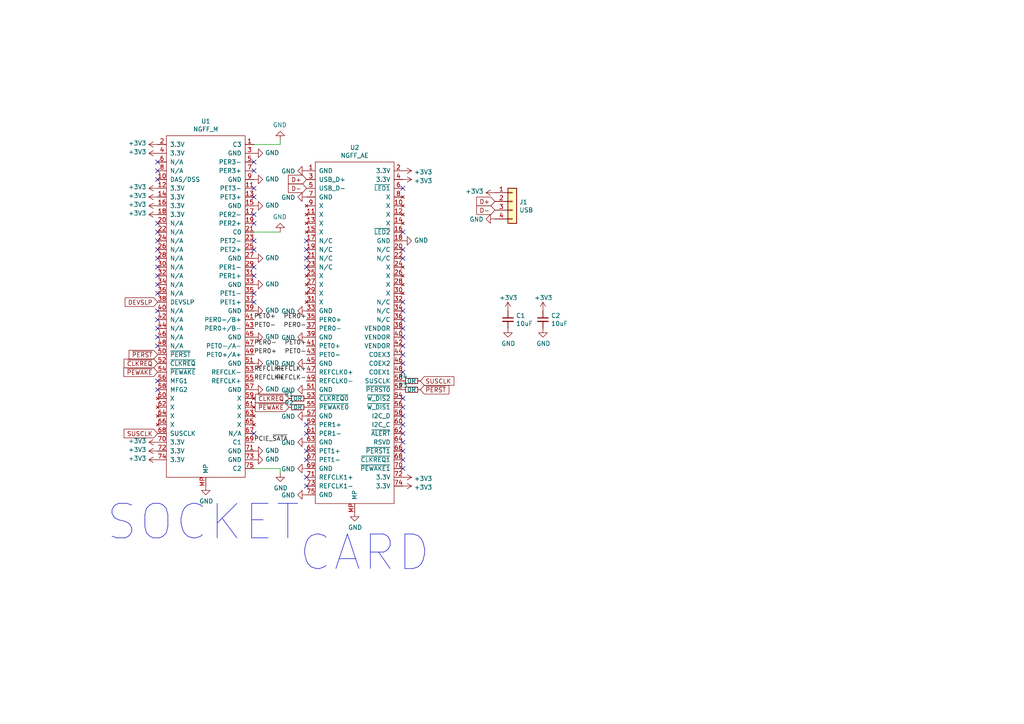
<source format=kicad_sch>
(kicad_sch (version 20211123) (generator eeschema)
  (paper "A4")
  (lib_symbols
    (symbol "Connector_Generic:Conn_01x04" (pin_names (offset 1.016) hide)
      (property "Reference" "J" (at 0 5.08 0))
      (property "Value" "Conn_01x04" (at 0 -7.62 0))
      (symbol "Conn_01x04_1_1"
        (rectangle (start -1.27 -4.953) (end 0 -5.207) (stroke (width 0.1524)))
        (rectangle (start -1.27 -2.413) (end 0 -2.667) (stroke (width 0.1524)))
        (rectangle (start -1.27 0.127) (end 0 -0.127) (stroke (width 0.1524)))
        (rectangle (start -1.27 2.667) (end 0 2.413) (stroke (width 0.1524)))
        (rectangle (start -1.27 3.81) (end 1.27 -6.35) (stroke (width 0.254)) (fill (type background)))
        (pin passive line (at -5.08 2.54 0) (length 3.81) (name "Pin_1") (number "1"))
        (pin passive line (at -5.08 0 0) (length 3.81) (name "Pin_2") (number "2"))
        (pin passive line (at -5.08 -2.54 0) (length 3.81) (name "Pin_3") (number "3"))
        (pin passive line (at -5.08 -5.08 0) (length 3.81) (name "Pin_4") (number "4"))
      )
    )
    (symbol "Device:C_Small" (pin_numbers hide) (pin_names (offset 0.254) hide)
      (property "Reference" "C" (at 0.254 1.778 0))
      (property "Value" "C_Small" (at 0.254 -2.032 0))
      (symbol "C_Small_0_1"
        (polyline (pts (xy -1.524 -0.508) (xy 1.524 -0.508)) (stroke (width 0.3302)))
        (polyline (pts (xy -1.524 0.508) (xy 1.524 0.508)) (stroke (width 0.3048)))
      )
      (symbol "C_Small_1_1"
        (pin passive line (at 0 2.54 270) (length 2.032) (name "~") (number "1"))
        (pin passive line (at 0 -2.54 90) (length 2.032) (name "~") (number "2"))
      )
    )
    (symbol "Device:R_Small" (pin_numbers hide) (pin_names (offset 0.254) hide)
      (property "Reference" "R" (at 0.762 0.508 0))
      (property "Value" "R_Small" (at 0.762 -1.016 0))
      (symbol "R_Small_0_1"
        (rectangle (start -0.762 1.778) (end 0.762 -1.778) (stroke (width 0.2032)))
      )
      (symbol "R_Small_1_1"
        (pin passive line (at 0 2.54 270) (length 0.762) (name "~") (number "1"))
        (pin passive line (at 0 -2.54 90) (length 0.762) (name "~") (number "2"))
      )
    )
    (symbol "nvme:NGFF_AE" (pin_names (offset 1.016))
      (property "Reference" "U" (at -10.16 35.56 0))
      (property "Value" "NGFF_AE" (at -7.62 -66.04 0))
      (symbol "NGFF_AE_0_1"
        (rectangle (start -11.43 34.29) (end 11.43 -64.77))
      )
      (symbol "NGFF_AE_1_1"
        (pin input line (at -13.97 31.75 0) (length 2.54) (name "GND") (number "1"))
        (pin no_connect line (at 13.97 21.59 180) (length 2.54) (name "X") (number "10"))
        (pin no_connect line (at -13.97 19.05 0) (length 2.54) (name "X") (number "11"))
        (pin no_connect line (at 13.97 19.05 180) (length 2.54) (name "X") (number "12"))
        (pin no_connect line (at -13.97 16.51 0) (length 2.54) (name "X") (number "13"))
        (pin no_connect line (at 13.97 16.51 180) (length 2.54) (name "X") (number "14"))
        (pin no_connect line (at -13.97 13.97 0) (length 2.54) (name "X") (number "15"))
        (pin input line (at 13.97 13.97 180) (length 2.54) (name "~{LED2}") (number "16"))
        (pin input line (at -13.97 11.43 0) (length 2.54) (name "N/C") (number "17"))
        (pin input line (at 13.97 11.43 180) (length 2.54) (name "GND") (number "18"))
        (pin input line (at -13.97 8.89 0) (length 2.54) (name "N/C") (number "19"))
        (pin input line (at 13.97 31.75 180) (length 2.54) (name "3.3V") (number "2"))
        (pin input line (at 13.97 8.89 180) (length 2.54) (name "N/C") (number "20"))
        (pin input line (at -13.97 6.35 0) (length 2.54) (name "N/C") (number "21"))
        (pin input line (at 13.97 6.35 180) (length 2.54) (name "N/C") (number "22"))
        (pin input line (at -13.97 3.81 0) (length 2.54) (name "N/C") (number "23"))
        (pin no_connect line (at 13.97 3.81 180) (length 2.54) (name "X") (number "24"))
        (pin no_connect line (at -13.97 1.27 0) (length 2.54) (name "X") (number "25"))
        (pin no_connect line (at 13.97 1.27 180) (length 2.54) (name "X") (number "26"))
        (pin no_connect line (at -13.97 -1.27 0) (length 2.54) (name "X") (number "27"))
        (pin no_connect line (at 13.97 -1.27 180) (length 2.54) (name "X") (number "28"))
        (pin no_connect line (at -13.97 -3.81 0) (length 2.54) (name "X") (number "29"))
        (pin input line (at -13.97 29.21 0) (length 2.54) (name "USB_D+") (number "3"))
        (pin no_connect line (at 13.97 -3.81 180) (length 2.54) (name "X") (number "30"))
        (pin no_connect line (at -13.97 -6.35 0) (length 2.54) (name "X") (number "31"))
        (pin input line (at 13.97 -6.35 180) (length 2.54) (name "N/C") (number "32"))
        (pin input line (at -13.97 -8.89 0) (length 2.54) (name "GND") (number "33"))
        (pin input line (at 13.97 -8.89 180) (length 2.54) (name "N/C") (number "34"))
        (pin input line (at -13.97 -11.43 0) (length 2.54) (name "PER0+") (number "35"))
        (pin input line (at 13.97 -11.43 180) (length 2.54) (name "N/C") (number "36"))
        (pin input line (at -13.97 -13.97 0) (length 2.54) (name "PER0-") (number "37"))
        (pin input line (at 13.97 -13.97 180) (length 2.54) (name "VENDOR") (number "38"))
        (pin input line (at -13.97 -16.51 0) (length 2.54) (name "GND") (number "39"))
        (pin input line (at 13.97 29.21 180) (length 2.54) (name "3.3V") (number "4"))
        (pin input line (at 13.97 -16.51 180) (length 2.54) (name "VENDOR") (number "40"))
        (pin input line (at -13.97 -19.05 0) (length 2.54) (name "PET0+") (number "41"))
        (pin input line (at 13.97 -19.05 180) (length 2.54) (name "VENDOR") (number "42"))
        (pin input line (at -13.97 -21.59 0) (length 2.54) (name "PET0-") (number "43"))
        (pin input line (at 13.97 -21.59 180) (length 2.54) (name "COEX3") (number "44"))
        (pin input line (at -13.97 -24.13 0) (length 2.54) (name "GND") (number "45"))
        (pin input line (at 13.97 -24.13 180) (length 2.54) (name "COEX2") (number "46"))
        (pin input line (at -13.97 -26.67 0) (length 2.54) (name "REFCLK0+") (number "47"))
        (pin input line (at 13.97 -26.67 180) (length 2.54) (name "COEX1") (number "48"))
        (pin input line (at -13.97 -29.21 0) (length 2.54) (name "REFCLK0-") (number "49"))
        (pin input line (at -13.97 26.67 0) (length 2.54) (name "USB_D-") (number "5"))
        (pin input line (at 13.97 -29.21 180) (length 2.54) (name "SUSCLK") (number "50"))
        (pin input line (at -13.97 -31.75 0) (length 2.54) (name "GND") (number "51"))
        (pin input line (at 13.97 -31.75 180) (length 2.54) (name "~{PERST0}") (number "52"))
        (pin input line (at -13.97 -34.29 0) (length 2.54) (name "~{CLKREQ0}") (number "53"))
        (pin input line (at 13.97 -34.29 180) (length 2.54) (name "~{W_DIS2}") (number "54"))
        (pin input line (at -13.97 -36.83 0) (length 2.54) (name "~{PEWAKE0}") (number "55"))
        (pin input line (at 13.97 -36.83 180) (length 2.54) (name "~{W_DIS1}") (number "56"))
        (pin input line (at -13.97 -39.37 0) (length 2.54) (name "GND") (number "57"))
        (pin input line (at 13.97 -39.37 180) (length 2.54) (name "I2C_D") (number "58"))
        (pin input line (at -13.97 -41.91 0) (length 2.54) (name "PER1+") (number "59"))
        (pin input line (at 13.97 26.67 180) (length 2.54) (name "~{LED1}") (number "6"))
        (pin input line (at 13.97 -41.91 180) (length 2.54) (name "I2C_C") (number "60"))
        (pin input line (at -13.97 -44.45 0) (length 2.54) (name "PER1-") (number "61"))
        (pin input line (at 13.97 -44.45 180) (length 2.54) (name "~{ALERT}") (number "62"))
        (pin input line (at -13.97 -46.99 0) (length 2.54) (name "GND") (number "63"))
        (pin input line (at 13.97 -46.99 180) (length 2.54) (name "RSVD") (number "64"))
        (pin input line (at -13.97 -49.53 0) (length 2.54) (name "PET1+") (number "65"))
        (pin input line (at 13.97 -49.53 180) (length 2.54) (name "~{PERST1}") (number "66"))
        (pin input line (at -13.97 -52.07 0) (length 2.54) (name "PET1-") (number "67"))
        (pin input line (at 13.97 -52.07 180) (length 2.54) (name "~{CLKREQ1}") (number "68"))
        (pin input line (at -13.97 -54.61 0) (length 2.54) (name "GND") (number "69"))
        (pin input line (at -13.97 24.13 0) (length 2.54) (name "GND") (number "7"))
        (pin input line (at 13.97 -54.61 180) (length 2.54) (name "~{PEWAKE1}") (number "70"))
        (pin input line (at -13.97 -57.15 0) (length 2.54) (name "REFCLK1+") (number "71"))
        (pin input line (at 13.97 -57.15 180) (length 2.54) (name "3.3V") (number "72"))
        (pin input line (at -13.97 -59.69 0) (length 2.54) (name "REFCLK1-") (number "73"))
        (pin input line (at 13.97 -59.69 180) (length 2.54) (name "3.3V") (number "74"))
        (pin input line (at -13.97 -62.23 0) (length 2.54) (name "GND") (number "75"))
        (pin no_connect line (at 13.97 24.13 180) (length 2.54) (name "X") (number "8"))
        (pin no_connect line (at -13.97 21.59 0) (length 2.54) (name "X") (number "9"))
        (pin input line (at -1.27 -137.16 90) (length 2.54) (name "MP") (number "MP"))
        (pin input line (at 0 -67.31 90) (length 2.54) (name "MP") (number "MP"))
      )
    )
    (symbol "nvme:NGFF_M" (pin_names (offset 1.016))
      (property "Reference" "U" (at -10.16 35.56 0))
      (property "Value" "NGFF_M" (at -7.62 -66.04 0))
      (symbol "NGFF_M_0_1"
        (rectangle (start -11.43 34.29) (end 11.43 -64.77))
      )
      (symbol "NGFF_M_1_1"
        (pin input line (at -13.97 31.75 0) (length 2.54) (name "C3") (number "1"))
        (pin input line (at 13.97 21.59 180) (length 2.54) (name "DAS/DSS") (number "10"))
        (pin input line (at -13.97 19.05 0) (length 2.54) (name "PET3-") (number "11"))
        (pin input line (at 13.97 19.05 180) (length 2.54) (name "3.3V") (number "12"))
        (pin input line (at -13.97 16.51 0) (length 2.54) (name "PET3+") (number "13"))
        (pin input line (at 13.97 16.51 180) (length 2.54) (name "3.3V") (number "14"))
        (pin input line (at -13.97 13.97 0) (length 2.54) (name "GND") (number "15"))
        (pin input line (at 13.97 13.97 180) (length 2.54) (name "3.3V") (number "16"))
        (pin input line (at -13.97 11.43 0) (length 2.54) (name "PER2-") (number "17"))
        (pin input line (at 13.97 11.43 180) (length 2.54) (name "3.3V") (number "18"))
        (pin input line (at -13.97 8.89 0) (length 2.54) (name "PER2+") (number "19"))
        (pin input line (at 13.97 31.75 180) (length 2.54) (name "3.3V") (number "2"))
        (pin input line (at 13.97 8.89 180) (length 2.54) (name "N/A") (number "20"))
        (pin input line (at -13.97 6.35 0) (length 2.54) (name "C0") (number "21"))
        (pin input line (at 13.97 6.35 180) (length 2.54) (name "N/A") (number "22"))
        (pin input line (at -13.97 3.81 0) (length 2.54) (name "PET2-") (number "23"))
        (pin input line (at 13.97 3.81 180) (length 2.54) (name "N/A") (number "24"))
        (pin input line (at -13.97 1.27 0) (length 2.54) (name "PET2+") (number "25"))
        (pin input line (at 13.97 1.27 180) (length 2.54) (name "N/A") (number "26"))
        (pin input line (at -13.97 -1.27 0) (length 2.54) (name "GND") (number "27"))
        (pin input line (at 13.97 -1.27 180) (length 2.54) (name "N/A") (number "28"))
        (pin input line (at -13.97 -3.81 0) (length 2.54) (name "PER1-") (number "29"))
        (pin input line (at -13.97 29.21 0) (length 2.54) (name "GND") (number "3"))
        (pin input line (at 13.97 -3.81 180) (length 2.54) (name "N/A") (number "30"))
        (pin input line (at -13.97 -6.35 0) (length 2.54) (name "PER1+") (number "31"))
        (pin input line (at 13.97 -6.35 180) (length 2.54) (name "N/A") (number "32"))
        (pin input line (at -13.97 -8.89 0) (length 2.54) (name "GND") (number "33"))
        (pin input line (at 13.97 -8.89 180) (length 2.54) (name "N/A") (number "34"))
        (pin input line (at -13.97 -11.43 0) (length 2.54) (name "PET1-") (number "35"))
        (pin input line (at 13.97 -11.43 180) (length 2.54) (name "N/A") (number "36"))
        (pin input line (at -13.97 -13.97 0) (length 2.54) (name "PET1+") (number "37"))
        (pin input line (at 13.97 -13.97 180) (length 2.54) (name "DEVSLP") (number "38"))
        (pin input line (at -13.97 -16.51 0) (length 2.54) (name "GND") (number "39"))
        (pin input line (at 13.97 29.21 180) (length 2.54) (name "3.3V") (number "4"))
        (pin input line (at 13.97 -16.51 180) (length 2.54) (name "N/A") (number "40"))
        (pin input line (at -13.97 -19.05 0) (length 2.54) (name "PER0-/B+") (number "41"))
        (pin input line (at 13.97 -19.05 180) (length 2.54) (name "N/A") (number "42"))
        (pin input line (at -13.97 -21.59 0) (length 2.54) (name "PER0+/B-") (number "43"))
        (pin input line (at 13.97 -21.59 180) (length 2.54) (name "N/A") (number "44"))
        (pin input line (at -13.97 -24.13 0) (length 2.54) (name "GND") (number "45"))
        (pin input line (at 13.97 -24.13 180) (length 2.54) (name "N/A") (number "46"))
        (pin input line (at -13.97 -26.67 0) (length 2.54) (name "PET0-/A-") (number "47"))
        (pin input line (at 13.97 -26.67 180) (length 2.54) (name "N/A") (number "48"))
        (pin input line (at -13.97 -29.21 0) (length 2.54) (name "PET0+/A+") (number "49"))
        (pin input line (at -13.97 26.67 0) (length 2.54) (name "PER3-") (number "5"))
        (pin input line (at 13.97 -29.21 180) (length 2.54) (name "~{PERST}") (number "50"))
        (pin input line (at -13.97 -31.75 0) (length 2.54) (name "GND") (number "51"))
        (pin input line (at 13.97 -31.75 180) (length 2.54) (name "~{CLKREQ}") (number "52"))
        (pin input line (at -13.97 -34.29 0) (length 2.54) (name "REFCLK-") (number "53"))
        (pin input line (at 13.97 -34.29 180) (length 2.54) (name "~{PEWAKE}") (number "54"))
        (pin input line (at -13.97 -36.83 0) (length 2.54) (name "REFCLK+") (number "55"))
        (pin input line (at 13.97 -36.83 180) (length 2.54) (name "MFG1") (number "56"))
        (pin input line (at -13.97 -39.37 0) (length 2.54) (name "GND") (number "57"))
        (pin input line (at 13.97 -39.37 180) (length 2.54) (name "MFG2") (number "58"))
        (pin no_connect line (at -13.97 -41.91 0) (length 2.54) (name "X") (number "59"))
        (pin input line (at 13.97 26.67 180) (length 2.54) (name "N/A") (number "6"))
        (pin no_connect line (at 13.97 -41.91 180) (length 2.54) (name "X") (number "60"))
        (pin no_connect line (at -13.97 -44.45 0) (length 2.54) (name "X") (number "61"))
        (pin no_connect line (at 13.97 -44.45 180) (length 2.54) (name "X") (number "62"))
        (pin no_connect line (at -13.97 -46.99 0) (length 2.54) (name "X") (number "63"))
        (pin no_connect line (at 13.97 -46.99 180) (length 2.54) (name "X") (number "64"))
        (pin no_connect line (at -13.97 -49.53 0) (length 2.54) (name "X") (number "65"))
        (pin no_connect line (at 13.97 -49.53 180) (length 2.54) (name "X") (number "66"))
        (pin input line (at -13.97 -52.07 0) (length 2.54) (name "N/A") (number "67"))
        (pin input line (at 13.97 -52.07 180) (length 2.54) (name "SUSCLK") (number "68"))
        (pin input line (at -13.97 -54.61 0) (length 2.54) (name "C1") (number "69"))
        (pin input line (at -13.97 24.13 0) (length 2.54) (name "PER3+") (number "7"))
        (pin input line (at 13.97 -54.61 180) (length 2.54) (name "3.3V") (number "70"))
        (pin input line (at -13.97 -57.15 0) (length 2.54) (name "GND") (number "71"))
        (pin input line (at 13.97 -57.15 180) (length 2.54) (name "3.3V") (number "72"))
        (pin input line (at -13.97 -59.69 0) (length 2.54) (name "GND") (number "73"))
        (pin input line (at 13.97 -59.69 180) (length 2.54) (name "3.3V") (number "74"))
        (pin input line (at -13.97 -62.23 0) (length 2.54) (name "C2") (number "75"))
        (pin input line (at 13.97 24.13 180) (length 2.54) (name "N/A") (number "8"))
        (pin input line (at -13.97 21.59 0) (length 2.54) (name "GND") (number "9"))
        (pin input line (at 0 -67.31 90) (length 2.54) (name "MP") (number "MP"))
      )
    )
    (symbol "nvme_ae_to_m-rescue:+3.3V-power" (power) (pin_names (offset 0))
      (property "Value" "+3.3V-power" (at 0 3.556 0))
      (symbol "+3.3V-power_0_1"
        (polyline (pts (xy -0.762 1.27) (xy 0 2.54)))
        (polyline (pts (xy 0 0) (xy 0 2.54)))
        (polyline (pts (xy 0 2.54) (xy 0.762 1.27)))
      )
      (symbol "+3.3V-power_1_1"
        (pin power_in line (at 0 0 90) (length 0) hide (name "+3V3") (number "1"))
      )
    )
    (symbol "power:GND" (power) (pin_names (offset 0))
      (property "Value" "GND" (at 0 -3.81 0))
      (symbol "GND_0_1"
        (polyline (pts (xy 0 0) (xy 0 -1.27) (xy 1.27 -1.27) (xy 0 -2.54) (xy -1.27 -1.27) (xy 0 -1.27)))
      )
      (symbol "GND_1_1"
        (pin power_in line (at 0 0 270) (length 0) hide (name "GND") (number "1"))
      )
    )
  )
  (no_connect (at 45.72 80.01))
  (no_connect (at 73.66 125.73))
  (no_connect (at 73.66 72.39))
  (no_connect (at 116.84 97.79))
  (no_connect (at 73.66 85.09))
  (no_connect (at 45.72 77.47))
  (no_connect (at 116.84 95.25))
  (no_connect (at 116.84 125.73))
  (no_connect (at 116.84 118.11))
  (no_connect (at 73.66 46.99))
  (no_connect (at 88.9 123.19))
  (no_connect (at 45.72 49.53))
  (no_connect (at 45.72 67.31))
  (no_connect (at 116.84 128.27))
  (no_connect (at 45.72 90.17))
  (no_connect (at 45.72 46.99))
  (no_connect (at 88.9 130.81))
  (no_connect (at 116.84 87.63))
  (no_connect (at 45.72 97.79))
  (no_connect (at 45.72 100.33))
  (no_connect (at 88.9 133.35))
  (no_connect (at 116.84 123.19))
  (no_connect (at 73.66 64.77))
  (no_connect (at 73.66 69.85))
  (no_connect (at 116.84 54.61))
  (no_connect (at 45.72 110.49))
  (no_connect (at 73.66 87.63))
  (no_connect (at 45.72 113.03))
  (no_connect (at 116.84 130.81))
  (no_connect (at 45.72 95.25))
  (no_connect (at 116.84 105.41))
  (no_connect (at 73.66 57.15))
  (no_connect (at 116.84 115.57))
  (no_connect (at 73.66 62.23))
  (no_connect (at 45.72 64.77))
  (no_connect (at 45.72 85.09))
  (no_connect (at 88.9 72.39))
  (no_connect (at 116.84 102.87))
  (no_connect (at 116.84 74.93))
  (no_connect (at 88.9 74.93))
  (no_connect (at 73.66 77.47))
  (no_connect (at 45.72 72.39))
  (no_connect (at 116.84 90.17))
  (no_connect (at 116.84 92.71))
  (no_connect (at 88.9 125.73))
  (no_connect (at 45.72 82.55))
  (no_connect (at 45.72 52.07))
  (no_connect (at 73.66 54.61))
  (no_connect (at 88.9 140.97))
  (no_connect (at 45.72 69.85))
  (no_connect (at 88.9 69.85))
  (no_connect (at 88.9 77.47))
  (no_connect (at 116.84 135.89))
  (no_connect (at 73.66 80.01))
  (no_connect (at 116.84 100.33))
  (no_connect (at 116.84 133.35))
  (no_connect (at 116.84 67.31))
  (no_connect (at 116.84 120.65))
  (no_connect (at 88.9 138.43))
  (no_connect (at 73.66 49.53))
  (no_connect (at 116.84 107.95))
  (no_connect (at 45.72 74.93))
  (no_connect (at 116.84 72.39))
  (no_connect (at 45.72 92.71))
  (wire (pts (xy 73.66 41.91) (xy 81.28 41.91)))
  (wire (pts (xy 81.28 135.89) (xy 73.66 135.89)))
  (wire (pts (xy 81.28 137.16) (xy 81.28 135.89)))
  (wire (pts (xy 73.66 67.31) (xy 81.28 67.31)))
  (wire (pts (xy 81.28 41.91) (xy 81.28 40.64)))
  (text "SOCKET" (at 30.48 157.48 0) (effects (font (size 10.0076 10.0076)) (justify left bottom)))
  (text "CARD" (at 86.36 166.37 0) (effects (font (size 10.0076 10.0076)) (justify left bottom)))
  (label "REFCLK-" (at 73.66 107.95 0))
  (label "REFCLK+" (at 88.9 107.95 180))
  (label "PET0-" (at 73.66 95.25 0))
  (label "REFCLK+" (at 73.66 110.49 0))
  (label "PET0+" (at 88.9 100.33 180))
  (label "PER0+" (at 88.9 92.71 180))
  (label "REFCLK-" (at 88.9 110.49 180))
  (label "PET0+" (at 73.66 92.71 0))
  (label "PET0-" (at 88.9 102.87 180))
  (label "PER0-" (at 73.66 100.33 0))
  (label "PCIE_~{SATA}" (at 73.66 128.27 0))
  (label "PER0-" (at 88.9 95.25 180))
  (label "PER0+" (at 73.66 102.87 0))
  (global_label "DEVSLP" (shape input) (at 45.72 87.63 180) (property "Intersheet References" "${INTERSHEET_REFS}" (effects hide)))
  (global_label "SUSCLK" (shape input) (at 121.92 110.49 0) (property "Intersheet References" "${INTERSHEET_REFS}" (effects hide)))
  (global_label "D+" (shape input) (at 88.9 52.07 180) (property "Intersheet References" "${INTERSHEET_REFS}" (effects hide)))
  (global_label "~{PEWAKE}" (shape input) (at 83.82 118.11 180) (property "Intersheet References" "${INTERSHEET_REFS}" (effects hide)))
  (global_label "D+" (shape input) (at 143.51 58.42 180) (property "Intersheet References" "${INTERSHEET_REFS}" (effects hide)))
  (global_label "D-" (shape input) (at 88.9 54.61 180) (property "Intersheet References" "${INTERSHEET_REFS}" (effects hide)))
  (global_label "~{CLKREQ}" (shape input) (at 45.72 105.41 180) (property "Intersheet References" "${INTERSHEET_REFS}" (effects hide)))
  (global_label "~{CLKREQ}" (shape input) (at 83.82 115.57 180) (property "Intersheet References" "${INTERSHEET_REFS}" (effects hide)))
  (global_label "~{PEWAKE}" (shape input) (at 45.72 107.95 180) (property "Intersheet References" "${INTERSHEET_REFS}" (effects hide)))
  (global_label "SUSCLK" (shape input) (at 45.72 125.73 180) (property "Intersheet References" "${INTERSHEET_REFS}" (effects hide)))
  (global_label "~{PERST}" (shape input) (at 45.72 102.87 180) (property "Intersheet References" "${INTERSHEET_REFS}" (effects hide)))
  (global_label "D-" (shape input) (at 143.51 60.96 180) (property "Intersheet References" "${INTERSHEET_REFS}" (effects hide)))
  (global_label "~{PERST}" (shape input) (at 121.92 113.03 0) (property "Intersheet References" "${INTERSHEET_REFS}" (effects hide)))
  (symbol (lib_id "nvme:NGFF_M") (at 59.69 73.66 0) (mirror y) (unit 1)
    (property "Reference" "U1" (at 59.69 35.179 0))
    (property "Value" "NGFF_M" (at 59.69 37.4904 0))
    (property "Footprint" "nvme_ae_to_m:Conn_TE-M.2-0.5-67P-doublesided_TypeM" (effects hide))
  )
  (symbol (lib_id "power:GND") (at 73.66 52.07 90) (unit 1)
    (property "Reference" "#PWR0101" (effects hide))
    (property "Value" "GND" (at 76.9112 51.943 90) (effects (justify right)))
  )
  (symbol (lib_id "power:GND") (at 73.66 44.45 90) (unit 1)
    (property "Reference" "#PWR0102" (effects hide))
    (property "Value" "GND" (at 76.9112 44.323 90) (effects (justify right)))
  )
  (symbol (lib_id "power:GND") (at 81.28 40.64 180) (unit 1)
    (property "Reference" "#PWR0103" (effects hide))
    (property "Value" "GND" (at 81.153 36.2458 0))
  )
  (symbol (lib_id "power:GND") (at 81.28 67.31 180) (unit 1)
    (property "Reference" "#PWR0104" (effects hide))
    (property "Value" "GND" (at 81.153 62.9158 0))
  )
  (symbol (lib_id "power:GND") (at 73.66 59.69 90) (unit 1)
    (property "Reference" "#PWR0105" (effects hide))
    (property "Value" "GND" (at 76.9112 59.563 90) (effects (justify right)))
  )
  (symbol (lib_id "power:GND") (at 73.66 74.93 90) (unit 1)
    (property "Reference" "#PWR0106" (effects hide))
    (property "Value" "GND" (at 76.9112 74.803 90) (effects (justify right)))
  )
  (symbol (lib_id "power:GND") (at 73.66 82.55 90) (unit 1)
    (property "Reference" "#PWR0107" (effects hide))
    (property "Value" "GND" (at 76.9112 82.423 90) (effects (justify right)))
  )
  (symbol (lib_id "power:GND") (at 73.66 90.17 90) (unit 1)
    (property "Reference" "#PWR0108" (effects hide))
    (property "Value" "GND" (at 76.9112 90.043 90) (effects (justify right)))
  )
  (symbol (lib_id "power:GND") (at 73.66 97.79 90) (unit 1)
    (property "Reference" "#PWR0109" (effects hide))
    (property "Value" "GND" (at 76.9112 97.663 90) (effects (justify right)))
  )
  (symbol (lib_id "power:GND") (at 73.66 105.41 90) (unit 1)
    (property "Reference" "#PWR0110" (effects hide))
    (property "Value" "GND" (at 76.9112 105.283 90) (effects (justify right)))
  )
  (symbol (lib_id "power:GND") (at 73.66 113.03 90) (unit 1)
    (property "Reference" "#PWR0111" (effects hide))
    (property "Value" "GND" (at 76.9112 112.903 90) (effects (justify right)))
  )
  (symbol (lib_id "power:GND") (at 73.66 130.81 90) (unit 1)
    (property "Reference" "#PWR0112" (effects hide))
    (property "Value" "GND" (at 76.9112 130.683 90) (effects (justify right)))
  )
  (symbol (lib_id "power:GND") (at 73.66 133.35 90) (unit 1)
    (property "Reference" "#PWR0113" (effects hide))
    (property "Value" "GND" (at 76.9112 133.223 90) (effects (justify right)))
  )
  (symbol (lib_id "power:GND") (at 81.28 137.16 0) (unit 1)
    (property "Reference" "#PWR0114" (effects hide))
    (property "Value" "GND" (at 81.407 141.5542 0))
  )
  (symbol (lib_id "power:GND") (at 88.9 135.89 270) (unit 1)
    (property "Reference" "#PWR0115" (effects hide))
    (property "Value" "GND" (at 85.6488 136.017 90) (effects (justify right)))
  )
  (symbol (lib_id "power:GND") (at 88.9 128.27 270) (unit 1)
    (property "Reference" "#PWR0116" (effects hide))
    (property "Value" "GND" (at 85.6488 128.397 90) (effects (justify right)))
  )
  (symbol (lib_id "power:GND") (at 88.9 113.03 270) (unit 1)
    (property "Reference" "#PWR0117" (effects hide))
    (property "Value" "GND" (at 85.6488 113.157 90) (effects (justify right)))
  )
  (symbol (lib_id "power:GND") (at 88.9 105.41 270) (unit 1)
    (property "Reference" "#PWR0118" (effects hide))
    (property "Value" "GND" (at 85.6488 105.537 90) (effects (justify right)))
  )
  (symbol (lib_id "power:GND") (at 88.9 97.79 270) (unit 1)
    (property "Reference" "#PWR0119" (effects hide))
    (property "Value" "GND" (at 85.6488 97.917 90) (effects (justify right)))
  )
  (symbol (lib_id "power:GND") (at 88.9 90.17 270) (unit 1)
    (property "Reference" "#PWR0120" (effects hide))
    (property "Value" "GND" (at 85.6488 90.297 90) (effects (justify right)))
  )
  (symbol (lib_id "nvme:NGFF_AE") (at 102.87 81.28 0) (unit 1)
    (property "Reference" "U2" (at 102.87 42.799 0))
    (property "Value" "NGFF_AE" (at 102.87 45.1104 0))
    (property "Footprint" "nvme_ae_to_m:NGFF_A+E" (effects hide))
  )
  (symbol (lib_id "power:GND") (at 59.69 140.97 0) (unit 1)
    (property "Reference" "#PWR0138" (effects hide))
    (property "Value" "GND" (at 59.817 145.3642 0))
  )
  (symbol (lib_id "nvme_ae_to_m-rescue:+3.3V-power") (at 45.72 128.27 90) (unit 1)
    (property "Reference" "#PWR0124" (effects hide))
    (property "Value" "+3.3V" (at 42.4688 127.889 90) (effects (justify left)))
  )
  (symbol (lib_id "nvme_ae_to_m-rescue:+3.3V-power") (at 45.72 130.81 90) (unit 1)
    (property "Reference" "#PWR0125" (effects hide))
    (property "Value" "+3.3V" (at 42.4688 130.429 90) (effects (justify left)))
  )
  (symbol (lib_id "nvme_ae_to_m-rescue:+3.3V-power") (at 45.72 133.35 90) (unit 1)
    (property "Reference" "#PWR0126" (effects hide))
    (property "Value" "+3.3V" (at 42.4688 132.969 90) (effects (justify left)))
  )
  (symbol (lib_id "power:GND") (at 102.87 148.59 0) (unit 1)
    (property "Reference" "#PWR0142" (effects hide))
    (property "Value" "GND" (at 102.997 152.9842 0))
  )
  (symbol (lib_id "nvme_ae_to_m-rescue:+3.3V-power") (at 45.72 54.61 90) (unit 1)
    (property "Reference" "#PWR0132" (effects hide))
    (property "Value" "+3.3V" (at 42.4688 54.229 90) (effects (justify left)))
  )
  (symbol (lib_id "nvme_ae_to_m-rescue:+3.3V-power") (at 45.72 44.45 90) (unit 1)
    (property "Reference" "#PWR0133" (effects hide))
    (property "Value" "+3.3V" (at 42.4688 44.069 90) (effects (justify left)))
  )
  (symbol (lib_id "nvme_ae_to_m-rescue:+3.3V-power") (at 45.72 41.91 90) (unit 1)
    (property "Reference" "#PWR0134" (effects hide))
    (property "Value" "+3.3V" (at 42.4688 41.529 90) (effects (justify left)))
  )
  (symbol (lib_id "nvme_ae_to_m-rescue:+3.3V-power") (at 45.72 57.15 90) (unit 1)
    (property "Reference" "#PWR0135" (effects hide))
    (property "Value" "+3.3V" (at 42.4688 56.769 90) (effects (justify left)))
  )
  (symbol (lib_id "nvme_ae_to_m-rescue:+3.3V-power") (at 45.72 59.69 90) (unit 1)
    (property "Reference" "#PWR0136" (effects hide))
    (property "Value" "+3.3V" (at 42.4688 59.309 90) (effects (justify left)))
  )
  (symbol (lib_id "nvme_ae_to_m-rescue:+3.3V-power") (at 45.72 62.23 90) (unit 1)
    (property "Reference" "#PWR0137" (effects hide))
    (property "Value" "+3.3V" (at 42.4688 61.849 90) (effects (justify left)))
  )
  (symbol (lib_id "Device:R_Small") (at 119.38 110.49 270) (unit 1)
    (property "Reference" "R4" (at 116.84 109.22 90))
    (property "Value" "0R" (at 119.38 110.49 90))
    (property "Footprint" "Resistor_SMD:R_0603_1608Metric_Pad0.98x0.95mm_HandSolder" (effects hide))
  )
  (symbol (lib_id "power:GND") (at 88.9 57.15 270) (unit 1)
    (property "Reference" "#PWR0121" (effects hide))
    (property "Value" "GND" (at 85.6488 57.277 90) (effects (justify right)))
  )
  (symbol (lib_id "power:GND") (at 88.9 120.65 270) (unit 1)
    (property "Reference" "#PWR0122" (effects hide))
    (property "Value" "GND" (at 85.6488 120.777 90) (effects (justify right)))
  )
  (symbol (lib_id "Device:R_Small") (at 119.38 113.03 270) (unit 1)
    (property "Reference" "R3" (at 116.84 111.76 90))
    (property "Value" "0R" (at 119.38 113.03 90))
    (property "Footprint" "Resistor_SMD:R_0603_1608Metric_Pad0.98x0.95mm_HandSolder" (effects hide))
  )
  (symbol (lib_id "Device:R_Small") (at 86.36 115.57 270) (unit 1)
    (property "Reference" "R1" (at 83.82 114.3 90))
    (property "Value" "0R" (at 86.36 115.57 90))
    (property "Footprint" "Resistor_SMD:R_0603_1608Metric_Pad0.98x0.95mm_HandSolder" (effects hide))
  )
  (symbol (lib_id "Device:R_Small") (at 86.36 118.11 270) (unit 1)
    (property "Reference" "R2" (at 83.82 116.84 90))
    (property "Value" "0R" (at 86.36 118.11 90))
    (property "Footprint" "Resistor_SMD:R_0603_1608Metric_Pad0.98x0.95mm_HandSolder" (effects hide))
  )
  (symbol (lib_id "nvme_ae_to_m-rescue:+3.3V-power") (at 116.84 140.97 270) (unit 1)
    (property "Reference" "#PWR0123" (effects hide))
    (property "Value" "+3.3V" (at 120.0912 141.351 90) (effects (justify left)))
  )
  (symbol (lib_id "nvme_ae_to_m-rescue:+3.3V-power") (at 116.84 138.43 270) (unit 1)
    (property "Reference" "#PWR0127" (effects hide))
    (property "Value" "+3.3V" (at 120.0912 138.811 90) (effects (justify left)))
  )
  (symbol (lib_id "nvme_ae_to_m-rescue:+3.3V-power") (at 116.84 52.07 270) (unit 1)
    (property "Reference" "#PWR0128" (effects hide))
    (property "Value" "+3.3V" (at 120.0912 52.451 90) (effects (justify left)))
  )
  (symbol (lib_id "nvme_ae_to_m-rescue:+3.3V-power") (at 116.84 49.53 270) (unit 1)
    (property "Reference" "#PWR0129" (effects hide))
    (property "Value" "+3.3V" (at 120.0912 49.911 90) (effects (justify left)))
  )
  (symbol (lib_id "power:GND") (at 116.84 69.85 90) (unit 1)
    (property "Reference" "#PWR0130" (effects hide))
    (property "Value" "GND" (at 120.0912 69.723 90) (effects (justify right)))
  )
  (symbol (lib_id "power:GND") (at 88.9 143.51 270) (unit 1)
    (property "Reference" "#PWR0131" (effects hide))
    (property "Value" "GND" (at 85.6488 143.637 90) (effects (justify right)))
  )
  (symbol (lib_id "power:GND") (at 88.9 49.53 270) (unit 1)
    (property "Reference" "#PWR0139" (effects hide))
    (property "Value" "GND" (at 85.6488 49.657 90) (effects (justify right)))
  )
  (symbol (lib_id "Device:C_Small") (at 147.32 92.71 0) (unit 1)
    (property "Reference" "C1" (at 149.6568 91.5416 0) (effects (justify left)))
    (property "Value" "10uF" (at 149.6568 93.853 0) (effects (justify left)))
    (property "Footprint" "Capacitor_SMD:C_1206_3216Metric_Pad1.33x1.80mm_HandSolder" (effects hide))
  )
  (symbol (lib_id "power:GND") (at 147.32 95.25 0) (unit 1)
    (property "Reference" "#PWR0143" (effects hide))
    (property "Value" "GND" (at 147.447 99.6442 0))
  )
  (symbol (lib_id "nvme_ae_to_m-rescue:+3.3V-power") (at 147.32 90.17 0) (unit 1)
    (property "Reference" "#PWR0144" (effects hide))
    (property "Value" "+3.3V" (at 144.78 86.36 0) (effects (justify left)))
  )
  (symbol (lib_id "Device:C_Small") (at 157.48 92.71 0) (unit 1)
    (property "Reference" "C2" (at 159.8168 91.5416 0) (effects (justify left)))
    (property "Value" "10uF" (at 159.8168 93.853 0) (effects (justify left)))
    (property "Footprint" "Capacitor_SMD:C_1206_3216Metric_Pad1.33x1.80mm_HandSolder" (effects hide))
  )
  (symbol (lib_id "power:GND") (at 157.48 95.25 0) (unit 1)
    (property "Reference" "#PWR0145" (effects hide))
    (property "Value" "GND" (at 157.607 99.6442 0))
  )
  (symbol (lib_id "nvme_ae_to_m-rescue:+3.3V-power") (at 157.48 90.17 0) (unit 1)
    (property "Reference" "#PWR0146" (effects hide))
    (property "Value" "+3.3V" (at 154.94 86.36 0) (effects (justify left)))
  )
  (symbol (lib_id "Connector_Generic:Conn_01x04") (at 148.59 58.42 0) (unit 1)
    (property "Reference" "J1" (at 150.622 58.6232 0) (effects (justify left)))
    (property "Value" "USB" (at 150.622 60.9346 0) (effects (justify left)))
    (property "Footprint" "Connector_PinHeader_2.00mm:PinHeader_1x04_P2.00mm_Vertical" (effects hide))
  )
  (symbol (lib_id "nvme_ae_to_m-rescue:+3.3V-power") (at 143.51 55.88 90) (unit 1)
    (property "Reference" "#PWR0140" (effects hide))
    (property "Value" "+3.3V" (at 140.2588 55.499 90) (effects (justify left)))
  )
  (symbol (lib_id "power:GND") (at 143.51 63.5 270) (unit 1)
    (property "Reference" "#PWR0141" (effects hide))
    (property "Value" "GND" (at 140.2588 63.627 90) (effects (justify right)))
  )
)
</source>
